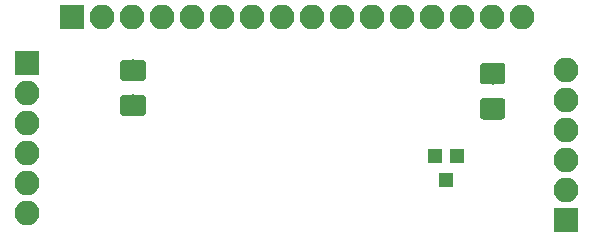
<source format=gbr>
G04 #@! TF.GenerationSoftware,KiCad,Pcbnew,(5.0.0)*
G04 #@! TF.CreationDate,2019-07-27T13:15:58+05:30*
G04 #@! TF.ProjectId,SerialShiftLCD,53657269616C53686966744C43442E6B,rev?*
G04 #@! TF.SameCoordinates,Original*
G04 #@! TF.FileFunction,Soldermask,Bot*
G04 #@! TF.FilePolarity,Negative*
%FSLAX46Y46*%
G04 Gerber Fmt 4.6, Leading zero omitted, Abs format (unit mm)*
G04 Created by KiCad (PCBNEW (5.0.0)) date 07/27/19 13:15:58*
%MOMM*%
%LPD*%
G01*
G04 APERTURE LIST*
%ADD10R,2.100000X2.100000*%
%ADD11O,2.100000X2.100000*%
%ADD12R,1.200000X1.300000*%
%ADD13C,0.100000*%
%ADD14C,1.825000*%
G04 APERTURE END LIST*
D10*
G04 #@! TO.C,J1*
X102920800Y-51993800D03*
D11*
X102920800Y-54533800D03*
X102920800Y-57073800D03*
X102920800Y-59613800D03*
X102920800Y-62153800D03*
X102920800Y-64693800D03*
G04 #@! TD*
G04 #@! TO.C,J2*
X148615400Y-52603400D03*
X148615400Y-55143400D03*
X148615400Y-57683400D03*
X148615400Y-60223400D03*
X148615400Y-62763400D03*
D10*
X148615400Y-65303400D03*
G04 #@! TD*
G04 #@! TO.C,J3*
X106807000Y-48158400D03*
D11*
X109347000Y-48158400D03*
X111887000Y-48158400D03*
X114427000Y-48158400D03*
X116967000Y-48158400D03*
X119507000Y-48158400D03*
X122047000Y-48158400D03*
X124587000Y-48158400D03*
X127127000Y-48158400D03*
X129667000Y-48158400D03*
X132207000Y-48158400D03*
X134747000Y-48158400D03*
X137287000Y-48158400D03*
X139827000Y-48158400D03*
X142367000Y-48158400D03*
X144907000Y-48158400D03*
G04 #@! TD*
D12*
G04 #@! TO.C,Q1*
X137505400Y-59883800D03*
X139405400Y-59883800D03*
X138455400Y-61883800D03*
G04 #@! TD*
D13*
G04 #@! TO.C,R1*
G36*
X112724007Y-51728942D02*
X112755087Y-51733552D01*
X112785566Y-51741187D01*
X112815150Y-51751772D01*
X112843554Y-51765206D01*
X112870504Y-51781359D01*
X112895742Y-51800077D01*
X112919023Y-51821177D01*
X112940123Y-51844458D01*
X112958841Y-51869696D01*
X112974994Y-51896646D01*
X112988428Y-51925050D01*
X112999013Y-51954634D01*
X113006648Y-51985113D01*
X113011258Y-52016193D01*
X113012800Y-52047576D01*
X113012800Y-53232224D01*
X113011258Y-53263607D01*
X113006648Y-53294687D01*
X112999013Y-53325166D01*
X112988428Y-53354750D01*
X112974994Y-53383154D01*
X112958841Y-53410104D01*
X112940123Y-53435342D01*
X112919023Y-53458623D01*
X112895742Y-53479723D01*
X112870504Y-53498441D01*
X112843554Y-53514594D01*
X112815150Y-53528028D01*
X112785566Y-53538613D01*
X112755087Y-53546248D01*
X112724007Y-53550858D01*
X112692624Y-53552400D01*
X111182976Y-53552400D01*
X111151593Y-53550858D01*
X111120513Y-53546248D01*
X111090034Y-53538613D01*
X111060450Y-53528028D01*
X111032046Y-53514594D01*
X111005096Y-53498441D01*
X110979858Y-53479723D01*
X110956577Y-53458623D01*
X110935477Y-53435342D01*
X110916759Y-53410104D01*
X110900606Y-53383154D01*
X110887172Y-53354750D01*
X110876587Y-53325166D01*
X110868952Y-53294687D01*
X110864342Y-53263607D01*
X110862800Y-53232224D01*
X110862800Y-52047576D01*
X110864342Y-52016193D01*
X110868952Y-51985113D01*
X110876587Y-51954634D01*
X110887172Y-51925050D01*
X110900606Y-51896646D01*
X110916759Y-51869696D01*
X110935477Y-51844458D01*
X110956577Y-51821177D01*
X110979858Y-51800077D01*
X111005096Y-51781359D01*
X111032046Y-51765206D01*
X111060450Y-51751772D01*
X111090034Y-51741187D01*
X111120513Y-51733552D01*
X111151593Y-51728942D01*
X111182976Y-51727400D01*
X112692624Y-51727400D01*
X112724007Y-51728942D01*
X112724007Y-51728942D01*
G37*
D14*
X111937800Y-52639900D03*
D13*
G36*
X112724007Y-54703942D02*
X112755087Y-54708552D01*
X112785566Y-54716187D01*
X112815150Y-54726772D01*
X112843554Y-54740206D01*
X112870504Y-54756359D01*
X112895742Y-54775077D01*
X112919023Y-54796177D01*
X112940123Y-54819458D01*
X112958841Y-54844696D01*
X112974994Y-54871646D01*
X112988428Y-54900050D01*
X112999013Y-54929634D01*
X113006648Y-54960113D01*
X113011258Y-54991193D01*
X113012800Y-55022576D01*
X113012800Y-56207224D01*
X113011258Y-56238607D01*
X113006648Y-56269687D01*
X112999013Y-56300166D01*
X112988428Y-56329750D01*
X112974994Y-56358154D01*
X112958841Y-56385104D01*
X112940123Y-56410342D01*
X112919023Y-56433623D01*
X112895742Y-56454723D01*
X112870504Y-56473441D01*
X112843554Y-56489594D01*
X112815150Y-56503028D01*
X112785566Y-56513613D01*
X112755087Y-56521248D01*
X112724007Y-56525858D01*
X112692624Y-56527400D01*
X111182976Y-56527400D01*
X111151593Y-56525858D01*
X111120513Y-56521248D01*
X111090034Y-56513613D01*
X111060450Y-56503028D01*
X111032046Y-56489594D01*
X111005096Y-56473441D01*
X110979858Y-56454723D01*
X110956577Y-56433623D01*
X110935477Y-56410342D01*
X110916759Y-56385104D01*
X110900606Y-56358154D01*
X110887172Y-56329750D01*
X110876587Y-56300166D01*
X110868952Y-56269687D01*
X110864342Y-56238607D01*
X110862800Y-56207224D01*
X110862800Y-55022576D01*
X110864342Y-54991193D01*
X110868952Y-54960113D01*
X110876587Y-54929634D01*
X110887172Y-54900050D01*
X110900606Y-54871646D01*
X110916759Y-54844696D01*
X110935477Y-54819458D01*
X110956577Y-54796177D01*
X110979858Y-54775077D01*
X111005096Y-54756359D01*
X111032046Y-54740206D01*
X111060450Y-54726772D01*
X111090034Y-54716187D01*
X111120513Y-54708552D01*
X111151593Y-54703942D01*
X111182976Y-54702400D01*
X112692624Y-54702400D01*
X112724007Y-54703942D01*
X112724007Y-54703942D01*
G37*
D14*
X111937800Y-55614900D03*
G04 #@! TD*
D13*
G04 #@! TO.C,R2*
G36*
X143178607Y-54983342D02*
X143209687Y-54987952D01*
X143240166Y-54995587D01*
X143269750Y-55006172D01*
X143298154Y-55019606D01*
X143325104Y-55035759D01*
X143350342Y-55054477D01*
X143373623Y-55075577D01*
X143394723Y-55098858D01*
X143413441Y-55124096D01*
X143429594Y-55151046D01*
X143443028Y-55179450D01*
X143453613Y-55209034D01*
X143461248Y-55239513D01*
X143465858Y-55270593D01*
X143467400Y-55301976D01*
X143467400Y-56486624D01*
X143465858Y-56518007D01*
X143461248Y-56549087D01*
X143453613Y-56579566D01*
X143443028Y-56609150D01*
X143429594Y-56637554D01*
X143413441Y-56664504D01*
X143394723Y-56689742D01*
X143373623Y-56713023D01*
X143350342Y-56734123D01*
X143325104Y-56752841D01*
X143298154Y-56768994D01*
X143269750Y-56782428D01*
X143240166Y-56793013D01*
X143209687Y-56800648D01*
X143178607Y-56805258D01*
X143147224Y-56806800D01*
X141637576Y-56806800D01*
X141606193Y-56805258D01*
X141575113Y-56800648D01*
X141544634Y-56793013D01*
X141515050Y-56782428D01*
X141486646Y-56768994D01*
X141459696Y-56752841D01*
X141434458Y-56734123D01*
X141411177Y-56713023D01*
X141390077Y-56689742D01*
X141371359Y-56664504D01*
X141355206Y-56637554D01*
X141341772Y-56609150D01*
X141331187Y-56579566D01*
X141323552Y-56549087D01*
X141318942Y-56518007D01*
X141317400Y-56486624D01*
X141317400Y-55301976D01*
X141318942Y-55270593D01*
X141323552Y-55239513D01*
X141331187Y-55209034D01*
X141341772Y-55179450D01*
X141355206Y-55151046D01*
X141371359Y-55124096D01*
X141390077Y-55098858D01*
X141411177Y-55075577D01*
X141434458Y-55054477D01*
X141459696Y-55035759D01*
X141486646Y-55019606D01*
X141515050Y-55006172D01*
X141544634Y-54995587D01*
X141575113Y-54987952D01*
X141606193Y-54983342D01*
X141637576Y-54981800D01*
X143147224Y-54981800D01*
X143178607Y-54983342D01*
X143178607Y-54983342D01*
G37*
D14*
X142392400Y-55894300D03*
D13*
G36*
X143178607Y-52008342D02*
X143209687Y-52012952D01*
X143240166Y-52020587D01*
X143269750Y-52031172D01*
X143298154Y-52044606D01*
X143325104Y-52060759D01*
X143350342Y-52079477D01*
X143373623Y-52100577D01*
X143394723Y-52123858D01*
X143413441Y-52149096D01*
X143429594Y-52176046D01*
X143443028Y-52204450D01*
X143453613Y-52234034D01*
X143461248Y-52264513D01*
X143465858Y-52295593D01*
X143467400Y-52326976D01*
X143467400Y-53511624D01*
X143465858Y-53543007D01*
X143461248Y-53574087D01*
X143453613Y-53604566D01*
X143443028Y-53634150D01*
X143429594Y-53662554D01*
X143413441Y-53689504D01*
X143394723Y-53714742D01*
X143373623Y-53738023D01*
X143350342Y-53759123D01*
X143325104Y-53777841D01*
X143298154Y-53793994D01*
X143269750Y-53807428D01*
X143240166Y-53818013D01*
X143209687Y-53825648D01*
X143178607Y-53830258D01*
X143147224Y-53831800D01*
X141637576Y-53831800D01*
X141606193Y-53830258D01*
X141575113Y-53825648D01*
X141544634Y-53818013D01*
X141515050Y-53807428D01*
X141486646Y-53793994D01*
X141459696Y-53777841D01*
X141434458Y-53759123D01*
X141411177Y-53738023D01*
X141390077Y-53714742D01*
X141371359Y-53689504D01*
X141355206Y-53662554D01*
X141341772Y-53634150D01*
X141331187Y-53604566D01*
X141323552Y-53574087D01*
X141318942Y-53543007D01*
X141317400Y-53511624D01*
X141317400Y-52326976D01*
X141318942Y-52295593D01*
X141323552Y-52264513D01*
X141331187Y-52234034D01*
X141341772Y-52204450D01*
X141355206Y-52176046D01*
X141371359Y-52149096D01*
X141390077Y-52123858D01*
X141411177Y-52100577D01*
X141434458Y-52079477D01*
X141459696Y-52060759D01*
X141486646Y-52044606D01*
X141515050Y-52031172D01*
X141544634Y-52020587D01*
X141575113Y-52012952D01*
X141606193Y-52008342D01*
X141637576Y-52006800D01*
X143147224Y-52006800D01*
X143178607Y-52008342D01*
X143178607Y-52008342D01*
G37*
D14*
X142392400Y-52919300D03*
G04 #@! TD*
M02*

</source>
